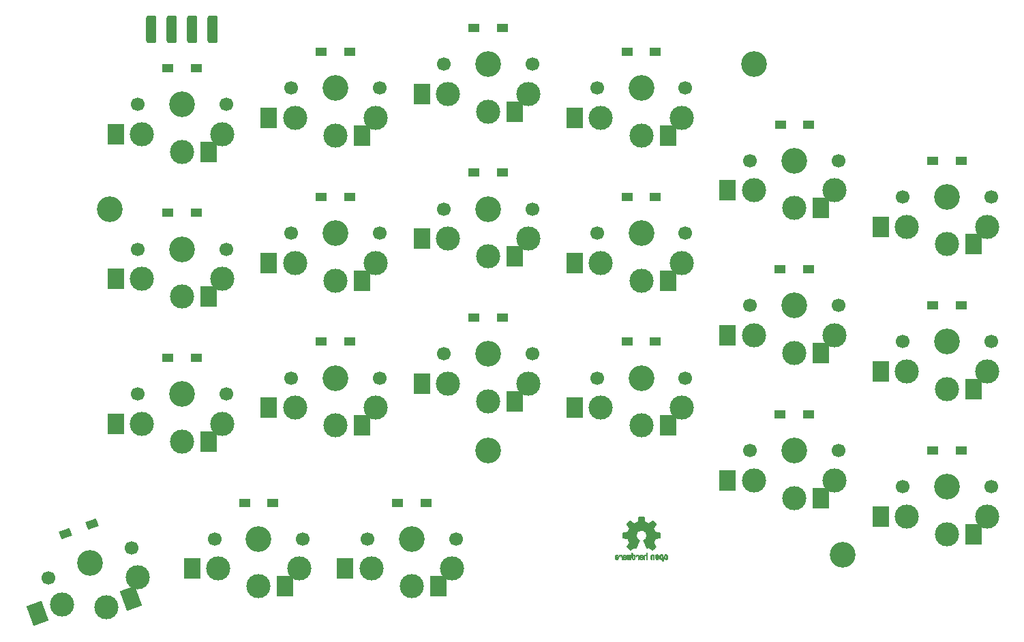
<source format=gbs>
%TF.GenerationSoftware,KiCad,Pcbnew,(7.0.0-0)*%
%TF.CreationDate,2023-03-09T14:48:35+08:00*%
%TF.ProjectId,Input,496e7075-742e-46b6-9963-61645f706362,1*%
%TF.SameCoordinates,PX7bfa480PY6052340*%
%TF.FileFunction,Soldermask,Bot*%
%TF.FilePolarity,Negative*%
%FSLAX46Y46*%
G04 Gerber Fmt 4.6, Leading zero omitted, Abs format (unit mm)*
G04 Created by KiCad (PCBNEW (7.0.0-0)) date 2023-03-09 14:48:35*
%MOMM*%
%LPD*%
G01*
G04 APERTURE LIST*
G04 Aperture macros list*
%AMRoundRect*
0 Rectangle with rounded corners*
0 $1 Rounding radius*
0 $2 $3 $4 $5 $6 $7 $8 $9 X,Y pos of 4 corners*
0 Add a 4 corners polygon primitive as box body*
4,1,4,$2,$3,$4,$5,$6,$7,$8,$9,$2,$3,0*
0 Add four circle primitives for the rounded corners*
1,1,$1+$1,$2,$3*
1,1,$1+$1,$4,$5*
1,1,$1+$1,$6,$7*
1,1,$1+$1,$8,$9*
0 Add four rect primitives between the rounded corners*
20,1,$1+$1,$2,$3,$4,$5,0*
20,1,$1+$1,$4,$5,$6,$7,0*
20,1,$1+$1,$6,$7,$8,$9,0*
20,1,$1+$1,$8,$9,$2,$3,0*%
%AMRotRect*
0 Rectangle, with rotation*
0 The origin of the aperture is its center*
0 $1 length*
0 $2 width*
0 $3 Rotation angle, in degrees counterclockwise*
0 Add horizontal line*
21,1,$1,$2,0,0,$3*%
G04 Aperture macros list end*
%ADD10C,0.010000*%
%ADD11C,3.000000*%
%ADD12C,3.200000*%
%ADD13RoundRect,0.317500X0.317500X1.397000X-0.317500X1.397000X-0.317500X-1.397000X0.317500X-1.397000X0*%
%ADD14C,1.700000*%
%ADD15R,2.000000X2.600000*%
%ADD16R,1.400000X1.000000*%
%ADD17RotRect,2.000000X2.600000X20.000000*%
%ADD18RotRect,1.400000X1.000000X200.000000*%
G04 APERTURE END LIST*
%TO.C,REF\u002A\u002A*%
G36*
X54482829Y-37951097D02*
G01*
X54542753Y-37973355D01*
X54567673Y-37990080D01*
X54592910Y-38014043D01*
X54610912Y-38044526D01*
X54622858Y-38086023D01*
X54629930Y-38143032D01*
X54633308Y-38220047D01*
X54634171Y-38321565D01*
X54634002Y-38374027D01*
X54633153Y-38445715D01*
X54631711Y-38502925D01*
X54629814Y-38540809D01*
X54627597Y-38554514D01*
X54613172Y-38549981D01*
X54584054Y-38537670D01*
X54583181Y-38537272D01*
X54568060Y-38529356D01*
X54557891Y-38518495D01*
X54551691Y-38499471D01*
X54548478Y-38467069D01*
X54547270Y-38416071D01*
X54547086Y-38341261D01*
X54546714Y-38293804D01*
X54542750Y-38204615D01*
X54533673Y-38139287D01*
X54518524Y-38094393D01*
X54496345Y-38066507D01*
X54466175Y-38052203D01*
X54461990Y-38051206D01*
X54405480Y-38050427D01*
X54361410Y-38075744D01*
X54330972Y-38126502D01*
X54325544Y-38141175D01*
X54313171Y-38173649D01*
X54306905Y-38188572D01*
X54294036Y-38186516D01*
X54265933Y-38175357D01*
X54239721Y-38156927D01*
X54227771Y-38122098D01*
X54231336Y-38097151D01*
X54253235Y-38046547D01*
X54288644Y-37999128D01*
X54330052Y-37966334D01*
X54347400Y-37958752D01*
X54413089Y-37946076D01*
X54482829Y-37951097D01*
G37*
D10*
X54482829Y-37951097D02*
X54542753Y-37973355D01*
X54567673Y-37990080D01*
X54592910Y-38014043D01*
X54610912Y-38044526D01*
X54622858Y-38086023D01*
X54629930Y-38143032D01*
X54633308Y-38220047D01*
X54634171Y-38321565D01*
X54634002Y-38374027D01*
X54633153Y-38445715D01*
X54631711Y-38502925D01*
X54629814Y-38540809D01*
X54627597Y-38554514D01*
X54613172Y-38549981D01*
X54584054Y-38537670D01*
X54583181Y-38537272D01*
X54568060Y-38529356D01*
X54557891Y-38518495D01*
X54551691Y-38499471D01*
X54548478Y-38467069D01*
X54547270Y-38416071D01*
X54547086Y-38341261D01*
X54546714Y-38293804D01*
X54542750Y-38204615D01*
X54533673Y-38139287D01*
X54518524Y-38094393D01*
X54496345Y-38066507D01*
X54466175Y-38052203D01*
X54461990Y-38051206D01*
X54405480Y-38050427D01*
X54361410Y-38075744D01*
X54330972Y-38126502D01*
X54325544Y-38141175D01*
X54313171Y-38173649D01*
X54306905Y-38188572D01*
X54294036Y-38186516D01*
X54265933Y-38175357D01*
X54239721Y-38156927D01*
X54227771Y-38122098D01*
X54231336Y-38097151D01*
X54253235Y-38046547D01*
X54288644Y-37999128D01*
X54330052Y-37966334D01*
X54347400Y-37958752D01*
X54413089Y-37946076D01*
X54482829Y-37951097D01*
G36*
X58431020Y-37917822D02*
G01*
X58498810Y-37949680D01*
X58554366Y-38004770D01*
X58565881Y-38022016D01*
X58575432Y-38041562D01*
X58582206Y-38066198D01*
X58586819Y-38100711D01*
X58589888Y-38149889D01*
X58592029Y-38218519D01*
X58593859Y-38311389D01*
X58598404Y-38569007D01*
X58560225Y-38554491D01*
X58525268Y-38541156D01*
X58499097Y-38528323D01*
X58482013Y-38511780D01*
X58472086Y-38486465D01*
X58467386Y-38447316D01*
X58465982Y-38389268D01*
X58465943Y-38307261D01*
X58465744Y-38241895D01*
X58464559Y-38179173D01*
X58461729Y-38136334D01*
X58456609Y-38108220D01*
X58448553Y-38089675D01*
X58436914Y-38075543D01*
X58408303Y-38055600D01*
X58360239Y-38048083D01*
X58312688Y-38067079D01*
X58309550Y-38069511D01*
X58299769Y-38080748D01*
X58292553Y-38098770D01*
X58287299Y-38128026D01*
X58283402Y-38172962D01*
X58280256Y-38238028D01*
X58277257Y-38327670D01*
X58270000Y-38567697D01*
X58208314Y-38540044D01*
X58146629Y-38512391D01*
X58146629Y-38293246D01*
X58146884Y-38233711D01*
X58149086Y-38150892D01*
X58154661Y-38089227D01*
X58164941Y-38043748D01*
X58181258Y-38009484D01*
X58204943Y-37981466D01*
X58237328Y-37954723D01*
X58283907Y-37927780D01*
X58357287Y-37910191D01*
X58431020Y-37917822D01*
G37*
X58431020Y-37917822D02*
X58498810Y-37949680D01*
X58554366Y-38004770D01*
X58565881Y-38022016D01*
X58575432Y-38041562D01*
X58582206Y-38066198D01*
X58586819Y-38100711D01*
X58589888Y-38149889D01*
X58592029Y-38218519D01*
X58593859Y-38311389D01*
X58598404Y-38569007D01*
X58560225Y-38554491D01*
X58525268Y-38541156D01*
X58499097Y-38528323D01*
X58482013Y-38511780D01*
X58472086Y-38486465D01*
X58467386Y-38447316D01*
X58465982Y-38389268D01*
X58465943Y-38307261D01*
X58465744Y-38241895D01*
X58464559Y-38179173D01*
X58461729Y-38136334D01*
X58456609Y-38108220D01*
X58448553Y-38089675D01*
X58436914Y-38075543D01*
X58408303Y-38055600D01*
X58360239Y-38048083D01*
X58312688Y-38067079D01*
X58309550Y-38069511D01*
X58299769Y-38080748D01*
X58292553Y-38098770D01*
X58287299Y-38128026D01*
X58283402Y-38172962D01*
X58280256Y-38238028D01*
X58277257Y-38327670D01*
X58270000Y-38567697D01*
X58208314Y-38540044D01*
X58146629Y-38512391D01*
X58146629Y-38293246D01*
X58146884Y-38233711D01*
X58149086Y-38150892D01*
X58154661Y-38089227D01*
X58164941Y-38043748D01*
X58181258Y-38009484D01*
X58204943Y-37981466D01*
X58237328Y-37954723D01*
X58283907Y-37927780D01*
X58357287Y-37910191D01*
X58431020Y-37917822D01*
G36*
X56607691Y-37966467D02*
G01*
X56612273Y-37969003D01*
X56649704Y-37998057D01*
X56683170Y-38035410D01*
X56689007Y-38043852D01*
X56700165Y-38063553D01*
X56708136Y-38086935D01*
X56713618Y-38119067D01*
X56717307Y-38165019D01*
X56719899Y-38229859D01*
X56722092Y-38318657D01*
X56722402Y-38333669D01*
X56723400Y-38430999D01*
X56721994Y-38499934D01*
X56718164Y-38540948D01*
X56711889Y-38554514D01*
X56692898Y-38550452D01*
X56660638Y-38538144D01*
X56653041Y-38534545D01*
X56641176Y-38526398D01*
X56632994Y-38513004D01*
X56627643Y-38489608D01*
X56624269Y-38451455D01*
X56622019Y-38393790D01*
X56620040Y-38311857D01*
X56619498Y-38287907D01*
X56617403Y-38212266D01*
X56614683Y-38159328D01*
X56610515Y-38124075D01*
X56604079Y-38101487D01*
X56594550Y-38086544D01*
X56581106Y-38074227D01*
X56541305Y-38052634D01*
X56492341Y-38048476D01*
X56448529Y-38064999D01*
X56417008Y-38099210D01*
X56404914Y-38148114D01*
X56404578Y-38161407D01*
X56397972Y-38185472D01*
X56378470Y-38189144D01*
X56340283Y-38174813D01*
X56331438Y-38170217D01*
X56307534Y-38143186D01*
X56307061Y-38102994D01*
X56329836Y-38047409D01*
X56350727Y-38017117D01*
X56404142Y-37974084D01*
X56470074Y-37949755D01*
X56540574Y-37946443D01*
X56607691Y-37966467D01*
G37*
X56607691Y-37966467D02*
X56612273Y-37969003D01*
X56649704Y-37998057D01*
X56683170Y-38035410D01*
X56689007Y-38043852D01*
X56700165Y-38063553D01*
X56708136Y-38086935D01*
X56713618Y-38119067D01*
X56717307Y-38165019D01*
X56719899Y-38229859D01*
X56722092Y-38318657D01*
X56722402Y-38333669D01*
X56723400Y-38430999D01*
X56721994Y-38499934D01*
X56718164Y-38540948D01*
X56711889Y-38554514D01*
X56692898Y-38550452D01*
X56660638Y-38538144D01*
X56653041Y-38534545D01*
X56641176Y-38526398D01*
X56632994Y-38513004D01*
X56627643Y-38489608D01*
X56624269Y-38451455D01*
X56622019Y-38393790D01*
X56620040Y-38311857D01*
X56619498Y-38287907D01*
X56617403Y-38212266D01*
X56614683Y-38159328D01*
X56610515Y-38124075D01*
X56604079Y-38101487D01*
X56594550Y-38086544D01*
X56581106Y-38074227D01*
X56541305Y-38052634D01*
X56492341Y-38048476D01*
X56448529Y-38064999D01*
X56417008Y-38099210D01*
X56404914Y-38148114D01*
X56404578Y-38161407D01*
X56397972Y-38185472D01*
X56378470Y-38189144D01*
X56340283Y-38174813D01*
X56331438Y-38170217D01*
X56307534Y-38143186D01*
X56307061Y-38102994D01*
X56329836Y-38047409D01*
X56350727Y-38017117D01*
X56404142Y-37974084D01*
X56470074Y-37949755D01*
X56540574Y-37946443D01*
X56607691Y-37966467D01*
G36*
X57678543Y-37749444D02*
G01*
X57725714Y-37769342D01*
X57725714Y-38166509D01*
X57725519Y-38269498D01*
X57724998Y-38362141D01*
X57724199Y-38440700D01*
X57723172Y-38501439D01*
X57721963Y-38540623D01*
X57720623Y-38554514D01*
X57720099Y-38554468D01*
X57702287Y-38549420D01*
X57669823Y-38538580D01*
X57624114Y-38522646D01*
X57624114Y-38318173D01*
X57623824Y-38237832D01*
X57622474Y-38179562D01*
X57619369Y-38139909D01*
X57613812Y-38113618D01*
X57605107Y-38095436D01*
X57592556Y-38080107D01*
X57583999Y-38071955D01*
X57537728Y-38049375D01*
X57486728Y-38051375D01*
X57439993Y-38078073D01*
X57433189Y-38084698D01*
X57422293Y-38098456D01*
X57414836Y-38116642D01*
X57410169Y-38144177D01*
X57407642Y-38185981D01*
X57406602Y-38246973D01*
X57406400Y-38332073D01*
X57406303Y-38375234D01*
X57405674Y-38446224D01*
X57404556Y-38503076D01*
X57403063Y-38540828D01*
X57401309Y-38554514D01*
X57400785Y-38554468D01*
X57382973Y-38549420D01*
X57350509Y-38538580D01*
X57304800Y-38522646D01*
X57304823Y-38317237D01*
X57304857Y-38298951D01*
X57306778Y-38203626D01*
X57312678Y-38131543D01*
X57324001Y-38077813D01*
X57342187Y-38037549D01*
X57368679Y-38005861D01*
X57404918Y-37977861D01*
X57440263Y-37960333D01*
X57496773Y-37946785D01*
X57552356Y-37946015D01*
X57595086Y-37959195D01*
X57598298Y-37961015D01*
X57608205Y-37960820D01*
X57614975Y-37945572D01*
X57619861Y-37910613D01*
X57624114Y-37851289D01*
X57631371Y-37729547D01*
X57678543Y-37749444D01*
G37*
X57678543Y-37749444D02*
X57725714Y-37769342D01*
X57725714Y-38166509D01*
X57725519Y-38269498D01*
X57724998Y-38362141D01*
X57724199Y-38440700D01*
X57723172Y-38501439D01*
X57721963Y-38540623D01*
X57720623Y-38554514D01*
X57720099Y-38554468D01*
X57702287Y-38549420D01*
X57669823Y-38538580D01*
X57624114Y-38522646D01*
X57624114Y-38318173D01*
X57623824Y-38237832D01*
X57622474Y-38179562D01*
X57619369Y-38139909D01*
X57613812Y-38113618D01*
X57605107Y-38095436D01*
X57592556Y-38080107D01*
X57583999Y-38071955D01*
X57537728Y-38049375D01*
X57486728Y-38051375D01*
X57439993Y-38078073D01*
X57433189Y-38084698D01*
X57422293Y-38098456D01*
X57414836Y-38116642D01*
X57410169Y-38144177D01*
X57407642Y-38185981D01*
X57406602Y-38246973D01*
X57406400Y-38332073D01*
X57406303Y-38375234D01*
X57405674Y-38446224D01*
X57404556Y-38503076D01*
X57403063Y-38540828D01*
X57401309Y-38554514D01*
X57400785Y-38554468D01*
X57382973Y-38549420D01*
X57350509Y-38538580D01*
X57304800Y-38522646D01*
X57304823Y-38317237D01*
X57304857Y-38298951D01*
X57306778Y-38203626D01*
X57312678Y-38131543D01*
X57324001Y-38077813D01*
X57342187Y-38037549D01*
X57368679Y-38005861D01*
X57404918Y-37977861D01*
X57440263Y-37960333D01*
X57496773Y-37946785D01*
X57552356Y-37946015D01*
X57595086Y-37959195D01*
X57598298Y-37961015D01*
X57608205Y-37960820D01*
X57614975Y-37945572D01*
X57619861Y-37910613D01*
X57624114Y-37851289D01*
X57631371Y-37729547D01*
X57678543Y-37749444D01*
G36*
X55653941Y-37949282D02*
G01*
X55685774Y-37961758D01*
X55722743Y-37978602D01*
X55722743Y-38465196D01*
X55676812Y-38511127D01*
X55666320Y-38521427D01*
X55637255Y-38544320D01*
X55607943Y-38551735D01*
X55564326Y-38548321D01*
X55546568Y-38546114D01*
X55500767Y-38541445D01*
X55468743Y-38539585D01*
X55459244Y-38539869D01*
X55420274Y-38542948D01*
X55373160Y-38548321D01*
X55358085Y-38550168D01*
X55320110Y-38550893D01*
X55292325Y-38539429D01*
X55260674Y-38511127D01*
X55214743Y-38465196D01*
X55214743Y-38205055D01*
X55215101Y-38128180D01*
X55216216Y-38054886D01*
X55217952Y-37996850D01*
X55220167Y-37958663D01*
X55222721Y-37944914D01*
X55223256Y-37944951D01*
X55241808Y-37951793D01*
X55273153Y-37966868D01*
X55315608Y-37988822D01*
X55319604Y-38217240D01*
X55323600Y-38445657D01*
X55410686Y-38445657D01*
X55414657Y-38195286D01*
X55415916Y-38127227D01*
X55417718Y-38054482D01*
X55419671Y-37996730D01*
X55421612Y-37958648D01*
X55423377Y-37944914D01*
X55423885Y-37944962D01*
X55441482Y-37950015D01*
X55473834Y-37960849D01*
X55519543Y-37976783D01*
X55519765Y-38196706D01*
X55519988Y-38234909D01*
X55521531Y-38309146D01*
X55524292Y-38371145D01*
X55527977Y-38415308D01*
X55532292Y-38436041D01*
X55547732Y-38447131D01*
X55579241Y-38450556D01*
X55613886Y-38445657D01*
X55617857Y-38195286D01*
X55619278Y-38131663D01*
X55622225Y-38056356D01*
X55626079Y-37997286D01*
X55630542Y-37958718D01*
X55635317Y-37944914D01*
X55653941Y-37949282D01*
G37*
X55653941Y-37949282D02*
X55685774Y-37961758D01*
X55722743Y-37978602D01*
X55722743Y-38465196D01*
X55676812Y-38511127D01*
X55666320Y-38521427D01*
X55637255Y-38544320D01*
X55607943Y-38551735D01*
X55564326Y-38548321D01*
X55546568Y-38546114D01*
X55500767Y-38541445D01*
X55468743Y-38539585D01*
X55459244Y-38539869D01*
X55420274Y-38542948D01*
X55373160Y-38548321D01*
X55358085Y-38550168D01*
X55320110Y-38550893D01*
X55292325Y-38539429D01*
X55260674Y-38511127D01*
X55214743Y-38465196D01*
X55214743Y-38205055D01*
X55215101Y-38128180D01*
X55216216Y-38054886D01*
X55217952Y-37996850D01*
X55220167Y-37958663D01*
X55222721Y-37944914D01*
X55223256Y-37944951D01*
X55241808Y-37951793D01*
X55273153Y-37966868D01*
X55315608Y-37988822D01*
X55319604Y-38217240D01*
X55323600Y-38445657D01*
X55410686Y-38445657D01*
X55414657Y-38195286D01*
X55415916Y-38127227D01*
X55417718Y-38054482D01*
X55419671Y-37996730D01*
X55421612Y-37958648D01*
X55423377Y-37944914D01*
X55423885Y-37944962D01*
X55441482Y-37950015D01*
X55473834Y-37960849D01*
X55519543Y-37976783D01*
X55519765Y-38196706D01*
X55519988Y-38234909D01*
X55521531Y-38309146D01*
X55524292Y-38371145D01*
X55527977Y-38415308D01*
X55532292Y-38436041D01*
X55547732Y-38447131D01*
X55579241Y-38450556D01*
X55613886Y-38445657D01*
X55617857Y-38195286D01*
X55619278Y-38131663D01*
X55622225Y-38056356D01*
X55626079Y-37997286D01*
X55630542Y-37958718D01*
X55635317Y-37944914D01*
X55653941Y-37949282D01*
G36*
X60265678Y-38230192D02*
G01*
X60265714Y-38235200D01*
X60265701Y-38250935D01*
X60264914Y-38321119D01*
X60262210Y-38370022D01*
X60256606Y-38404178D01*
X60247119Y-38430124D01*
X60232768Y-38454397D01*
X60229237Y-38459433D01*
X60191878Y-38499143D01*
X60149311Y-38529092D01*
X60127452Y-38538810D01*
X60048908Y-38555020D01*
X59971231Y-38544535D01*
X59899645Y-38508707D01*
X59839374Y-38448887D01*
X59834286Y-38440873D01*
X59817730Y-38394342D01*
X59806573Y-38329552D01*
X59801160Y-38254727D01*
X59801768Y-38185513D01*
X59948248Y-38185513D01*
X59949402Y-38281399D01*
X59949866Y-38287569D01*
X59956629Y-38340478D01*
X59968671Y-38374029D01*
X59989005Y-38397016D01*
X60023097Y-38418548D01*
X60056814Y-38419680D01*
X60091543Y-38394857D01*
X60097584Y-38388325D01*
X60109417Y-38368779D01*
X60116404Y-38340386D01*
X60119727Y-38296430D01*
X60120571Y-38230192D01*
X60119125Y-38168150D01*
X60111907Y-38109042D01*
X60097006Y-38071686D01*
X60072636Y-38052152D01*
X60037008Y-38046514D01*
X60023440Y-38047635D01*
X59985430Y-38068194D01*
X59960312Y-38114299D01*
X59948248Y-38185513D01*
X59801768Y-38185513D01*
X59801833Y-38178096D01*
X59808937Y-38107882D01*
X59822815Y-38052312D01*
X59840649Y-38015301D01*
X59890855Y-37957733D01*
X59958885Y-37921962D01*
X60042158Y-37909665D01*
X60064398Y-37910331D01*
X60129891Y-37923947D01*
X60183687Y-37958249D01*
X60233057Y-38017338D01*
X60235995Y-38021722D01*
X60249287Y-38045299D01*
X60257932Y-38071949D01*
X60262904Y-38108159D01*
X60265174Y-38160413D01*
X60265678Y-38230192D01*
G37*
X60265678Y-38230192D02*
X60265714Y-38235200D01*
X60265701Y-38250935D01*
X60264914Y-38321119D01*
X60262210Y-38370022D01*
X60256606Y-38404178D01*
X60247119Y-38430124D01*
X60232768Y-38454397D01*
X60229237Y-38459433D01*
X60191878Y-38499143D01*
X60149311Y-38529092D01*
X60127452Y-38538810D01*
X60048908Y-38555020D01*
X59971231Y-38544535D01*
X59899645Y-38508707D01*
X59839374Y-38448887D01*
X59834286Y-38440873D01*
X59817730Y-38394342D01*
X59806573Y-38329552D01*
X59801160Y-38254727D01*
X59801768Y-38185513D01*
X59948248Y-38185513D01*
X59949402Y-38281399D01*
X59949866Y-38287569D01*
X59956629Y-38340478D01*
X59968671Y-38374029D01*
X59989005Y-38397016D01*
X60023097Y-38418548D01*
X60056814Y-38419680D01*
X60091543Y-38394857D01*
X60097584Y-38388325D01*
X60109417Y-38368779D01*
X60116404Y-38340386D01*
X60119727Y-38296430D01*
X60120571Y-38230192D01*
X60119125Y-38168150D01*
X60111907Y-38109042D01*
X60097006Y-38071686D01*
X60072636Y-38052152D01*
X60037008Y-38046514D01*
X60023440Y-38047635D01*
X59985430Y-38068194D01*
X59960312Y-38114299D01*
X59948248Y-38185513D01*
X59801768Y-38185513D01*
X59801833Y-38178096D01*
X59808937Y-38107882D01*
X59822815Y-38052312D01*
X59840649Y-38015301D01*
X59890855Y-37957733D01*
X59958885Y-37921962D01*
X60042158Y-37909665D01*
X60064398Y-37910331D01*
X60129891Y-37923947D01*
X60183687Y-37958249D01*
X60233057Y-38017338D01*
X60235995Y-38021722D01*
X60249287Y-38045299D01*
X60257932Y-38071949D01*
X60262904Y-38108159D01*
X60265174Y-38160413D01*
X60265678Y-38230192D01*
G36*
X54139628Y-38206247D02*
G01*
X54140590Y-38252622D01*
X54140307Y-38291305D01*
X54136762Y-38367521D01*
X54127483Y-38423294D01*
X54110375Y-38464613D01*
X54083344Y-38497467D01*
X54044292Y-38527846D01*
X54019445Y-38541660D01*
X53979615Y-38550965D01*
X53923665Y-38550230D01*
X53892385Y-38547283D01*
X53854653Y-38538283D01*
X53824494Y-38518720D01*
X53789408Y-38482267D01*
X53784720Y-38476943D01*
X53753177Y-38435969D01*
X53738128Y-38400283D01*
X53734286Y-38357966D01*
X53734286Y-38295779D01*
X53777742Y-38312182D01*
X53809424Y-38331356D01*
X53836962Y-38376347D01*
X53842711Y-38390752D01*
X53874855Y-38431546D01*
X53918611Y-38452081D01*
X53966254Y-38450235D01*
X54010057Y-38423886D01*
X54025111Y-38407455D01*
X54038763Y-38382667D01*
X54034493Y-38360144D01*
X54009916Y-38336964D01*
X53962651Y-38310202D01*
X53890314Y-38276934D01*
X53741543Y-38211816D01*
X53737595Y-38147308D01*
X53739079Y-38106220D01*
X53836010Y-38106220D01*
X53843368Y-38131657D01*
X53876848Y-38158814D01*
X53937614Y-38189714D01*
X53947669Y-38194190D01*
X53995751Y-38215017D01*
X54031726Y-38229665D01*
X54048444Y-38235200D01*
X54050977Y-38231126D01*
X54051993Y-38206247D01*
X54048369Y-38166257D01*
X54039242Y-38127152D01*
X54010773Y-38077884D01*
X53969678Y-38050122D01*
X53920590Y-38046364D01*
X53868144Y-38069109D01*
X53853609Y-38080481D01*
X53836010Y-38106220D01*
X53739079Y-38106220D01*
X53739338Y-38099064D01*
X53761281Y-38038096D01*
X53788979Y-38004497D01*
X53846405Y-37966966D01*
X53914527Y-37948006D01*
X53984947Y-37949507D01*
X54049267Y-37973355D01*
X54063426Y-37982513D01*
X54095904Y-38010849D01*
X54118116Y-38046695D01*
X54131804Y-38095384D01*
X54138715Y-38162249D01*
X54139628Y-38206247D01*
G37*
X54139628Y-38206247D02*
X54140590Y-38252622D01*
X54140307Y-38291305D01*
X54136762Y-38367521D01*
X54127483Y-38423294D01*
X54110375Y-38464613D01*
X54083344Y-38497467D01*
X54044292Y-38527846D01*
X54019445Y-38541660D01*
X53979615Y-38550965D01*
X53923665Y-38550230D01*
X53892385Y-38547283D01*
X53854653Y-38538283D01*
X53824494Y-38518720D01*
X53789408Y-38482267D01*
X53784720Y-38476943D01*
X53753177Y-38435969D01*
X53738128Y-38400283D01*
X53734286Y-38357966D01*
X53734286Y-38295779D01*
X53777742Y-38312182D01*
X53809424Y-38331356D01*
X53836962Y-38376347D01*
X53842711Y-38390752D01*
X53874855Y-38431546D01*
X53918611Y-38452081D01*
X53966254Y-38450235D01*
X54010057Y-38423886D01*
X54025111Y-38407455D01*
X54038763Y-38382667D01*
X54034493Y-38360144D01*
X54009916Y-38336964D01*
X53962651Y-38310202D01*
X53890314Y-38276934D01*
X53741543Y-38211816D01*
X53737595Y-38147308D01*
X53739079Y-38106220D01*
X53836010Y-38106220D01*
X53843368Y-38131657D01*
X53876848Y-38158814D01*
X53937614Y-38189714D01*
X53947669Y-38194190D01*
X53995751Y-38215017D01*
X54031726Y-38229665D01*
X54048444Y-38235200D01*
X54050977Y-38231126D01*
X54051993Y-38206247D01*
X54048369Y-38166257D01*
X54039242Y-38127152D01*
X54010773Y-38077884D01*
X53969678Y-38050122D01*
X53920590Y-38046364D01*
X53868144Y-38069109D01*
X53853609Y-38080481D01*
X53836010Y-38106220D01*
X53739079Y-38106220D01*
X53739338Y-38099064D01*
X53761281Y-38038096D01*
X53788979Y-38004497D01*
X53846405Y-37966966D01*
X53914527Y-37948006D01*
X53984947Y-37949507D01*
X54049267Y-37973355D01*
X54063426Y-37982513D01*
X54095904Y-38010849D01*
X54118116Y-38046695D01*
X54131804Y-38095384D01*
X54138715Y-38162249D01*
X54139628Y-38206247D01*
G36*
X56230542Y-38245647D02*
G01*
X56230698Y-38249714D01*
X56229537Y-38306313D01*
X56221345Y-38383462D01*
X56203519Y-38441276D01*
X56173975Y-38485422D01*
X56130625Y-38521568D01*
X56089332Y-38542463D01*
X56019987Y-38554090D01*
X55950736Y-38541377D01*
X55888145Y-38505945D01*
X55838779Y-38449418D01*
X55832818Y-38438995D01*
X55824945Y-38420733D01*
X55819106Y-38397429D01*
X55814999Y-38365085D01*
X55812325Y-38319704D01*
X55810781Y-38257287D01*
X55810734Y-38251748D01*
X55911429Y-38251748D01*
X55911772Y-38304577D01*
X55913942Y-38352362D01*
X55919307Y-38383209D01*
X55929217Y-38403935D01*
X55945021Y-38421356D01*
X55948724Y-38424705D01*
X55996299Y-38449419D01*
X56046635Y-38446890D01*
X56093517Y-38417288D01*
X56107477Y-38401953D01*
X56119160Y-38381622D01*
X56125686Y-38353514D01*
X56128524Y-38310550D01*
X56129143Y-38245647D01*
X56128837Y-38196122D01*
X56126722Y-38147782D01*
X56121390Y-38116587D01*
X56111460Y-38095647D01*
X56095550Y-38078073D01*
X56086204Y-38070159D01*
X56037776Y-38048843D01*
X55987040Y-38052198D01*
X55942987Y-38080107D01*
X55933504Y-38091173D01*
X55921939Y-38112009D01*
X55915252Y-38141106D01*
X55912173Y-38185381D01*
X55911429Y-38251748D01*
X55810734Y-38251748D01*
X55810067Y-38173837D01*
X55809883Y-38065358D01*
X55809829Y-37728601D01*
X55857000Y-37748362D01*
X55869472Y-37753770D01*
X55889324Y-37765985D01*
X55900687Y-37784482D01*
X55906933Y-37816829D01*
X55911429Y-37870593D01*
X55915535Y-37918866D01*
X55920963Y-37950557D01*
X55928739Y-37962383D01*
X55940457Y-37959212D01*
X55970318Y-37948067D01*
X56023684Y-37945304D01*
X56081093Y-37955625D01*
X56130625Y-37977861D01*
X56157876Y-37998443D01*
X56192865Y-38038600D01*
X56215274Y-38090086D01*
X56227190Y-38158568D01*
X56230542Y-38245647D01*
G37*
X56230542Y-38245647D02*
X56230698Y-38249714D01*
X56229537Y-38306313D01*
X56221345Y-38383462D01*
X56203519Y-38441276D01*
X56173975Y-38485422D01*
X56130625Y-38521568D01*
X56089332Y-38542463D01*
X56019987Y-38554090D01*
X55950736Y-38541377D01*
X55888145Y-38505945D01*
X55838779Y-38449418D01*
X55832818Y-38438995D01*
X55824945Y-38420733D01*
X55819106Y-38397429D01*
X55814999Y-38365085D01*
X55812325Y-38319704D01*
X55810781Y-38257287D01*
X55810734Y-38251748D01*
X55911429Y-38251748D01*
X55911772Y-38304577D01*
X55913942Y-38352362D01*
X55919307Y-38383209D01*
X55929217Y-38403935D01*
X55945021Y-38421356D01*
X55948724Y-38424705D01*
X55996299Y-38449419D01*
X56046635Y-38446890D01*
X56093517Y-38417288D01*
X56107477Y-38401953D01*
X56119160Y-38381622D01*
X56125686Y-38353514D01*
X56128524Y-38310550D01*
X56129143Y-38245647D01*
X56128837Y-38196122D01*
X56126722Y-38147782D01*
X56121390Y-38116587D01*
X56111460Y-38095647D01*
X56095550Y-38078073D01*
X56086204Y-38070159D01*
X56037776Y-38048843D01*
X55987040Y-38052198D01*
X55942987Y-38080107D01*
X55933504Y-38091173D01*
X55921939Y-38112009D01*
X55915252Y-38141106D01*
X55912173Y-38185381D01*
X55911429Y-38251748D01*
X55810734Y-38251748D01*
X55810067Y-38173837D01*
X55809883Y-38065358D01*
X55809829Y-37728601D01*
X55857000Y-37748362D01*
X55869472Y-37753770D01*
X55889324Y-37765985D01*
X55900687Y-37784482D01*
X55906933Y-37816829D01*
X55911429Y-37870593D01*
X55915535Y-37918866D01*
X55920963Y-37950557D01*
X55928739Y-37962383D01*
X55940457Y-37959212D01*
X55970318Y-37948067D01*
X56023684Y-37945304D01*
X56081093Y-37955625D01*
X56130625Y-37977861D01*
X56157876Y-37998443D01*
X56192865Y-38038600D01*
X56215274Y-38090086D01*
X56227190Y-38158568D01*
X56230542Y-38245647D01*
G36*
X59156767Y-38142748D02*
G01*
X59162299Y-38194055D01*
X59157684Y-38304078D01*
X59155078Y-38327387D01*
X59135660Y-38410352D01*
X59100573Y-38473448D01*
X59047212Y-38521808D01*
X59044196Y-38523804D01*
X58976362Y-38552185D01*
X58905535Y-38554711D01*
X58837289Y-38533097D01*
X58777196Y-38489062D01*
X58730829Y-38424322D01*
X58730050Y-38422761D01*
X58714643Y-38382558D01*
X58703357Y-38336866D01*
X58697370Y-38293972D01*
X58697861Y-38262160D01*
X58706007Y-38249714D01*
X58713244Y-38250471D01*
X58747851Y-38264235D01*
X58787078Y-38289546D01*
X58820448Y-38318845D01*
X58837483Y-38344572D01*
X58855192Y-38379471D01*
X58891485Y-38411212D01*
X58933630Y-38423886D01*
X58949077Y-38420221D01*
X58979569Y-38401774D01*
X59006128Y-38376166D01*
X59017486Y-38352934D01*
X59017482Y-38352848D01*
X59004596Y-38342179D01*
X58970241Y-38322933D01*
X58919593Y-38297813D01*
X58857829Y-38269524D01*
X58857489Y-38269374D01*
X58790388Y-38239498D01*
X58745411Y-38217973D01*
X58718145Y-38201437D01*
X58704178Y-38186531D01*
X58699097Y-38169893D01*
X58698490Y-38148162D01*
X58702712Y-38107013D01*
X58846000Y-38107013D01*
X58860791Y-38119949D01*
X58897644Y-38139333D01*
X58898725Y-38139881D01*
X58942205Y-38160587D01*
X58981102Y-38177105D01*
X59005778Y-38184093D01*
X59015676Y-38174753D01*
X59017486Y-38142748D01*
X59009966Y-38102915D01*
X58983897Y-38066717D01*
X58946154Y-38047950D01*
X58904077Y-38049845D01*
X58865005Y-38075632D01*
X58849647Y-38093451D01*
X58846000Y-38107013D01*
X58702712Y-38107013D01*
X58703833Y-38096086D01*
X58730251Y-38025335D01*
X58774473Y-37969735D01*
X58831697Y-37931239D01*
X58897120Y-37911797D01*
X58965937Y-37913359D01*
X59033347Y-37937878D01*
X59094544Y-37987302D01*
X59128450Y-38036212D01*
X59152806Y-38106027D01*
X59156767Y-38142748D01*
G37*
X59156767Y-38142748D02*
X59162299Y-38194055D01*
X59157684Y-38304078D01*
X59155078Y-38327387D01*
X59135660Y-38410352D01*
X59100573Y-38473448D01*
X59047212Y-38521808D01*
X59044196Y-38523804D01*
X58976362Y-38552185D01*
X58905535Y-38554711D01*
X58837289Y-38533097D01*
X58777196Y-38489062D01*
X58730829Y-38424322D01*
X58730050Y-38422761D01*
X58714643Y-38382558D01*
X58703357Y-38336866D01*
X58697370Y-38293972D01*
X58697861Y-38262160D01*
X58706007Y-38249714D01*
X58713244Y-38250471D01*
X58747851Y-38264235D01*
X58787078Y-38289546D01*
X58820448Y-38318845D01*
X58837483Y-38344572D01*
X58855192Y-38379471D01*
X58891485Y-38411212D01*
X58933630Y-38423886D01*
X58949077Y-38420221D01*
X58979569Y-38401774D01*
X59006128Y-38376166D01*
X59017486Y-38352934D01*
X59017482Y-38352848D01*
X59004596Y-38342179D01*
X58970241Y-38322933D01*
X58919593Y-38297813D01*
X58857829Y-38269524D01*
X58857489Y-38269374D01*
X58790388Y-38239498D01*
X58745411Y-38217973D01*
X58718145Y-38201437D01*
X58704178Y-38186531D01*
X58699097Y-38169893D01*
X58698490Y-38148162D01*
X58702712Y-38107013D01*
X58846000Y-38107013D01*
X58860791Y-38119949D01*
X58897644Y-38139333D01*
X58898725Y-38139881D01*
X58942205Y-38160587D01*
X58981102Y-38177105D01*
X59005778Y-38184093D01*
X59015676Y-38174753D01*
X59017486Y-38142748D01*
X59009966Y-38102915D01*
X58983897Y-38066717D01*
X58946154Y-38047950D01*
X58904077Y-38049845D01*
X58865005Y-38075632D01*
X58849647Y-38093451D01*
X58846000Y-38107013D01*
X58702712Y-38107013D01*
X58703833Y-38096086D01*
X58730251Y-38025335D01*
X58774473Y-37969735D01*
X58831697Y-37931239D01*
X58897120Y-37911797D01*
X58965937Y-37913359D01*
X59033347Y-37937878D01*
X59094544Y-37987302D01*
X59128450Y-38036212D01*
X59152806Y-38106027D01*
X59156767Y-38142748D01*
G36*
X57089483Y-37960569D02*
G01*
X57139376Y-37989661D01*
X57161325Y-38012327D01*
X57203504Y-38080082D01*
X57217714Y-38153950D01*
X57217714Y-38204770D01*
X57170999Y-38185128D01*
X57138692Y-38165308D01*
X57113231Y-38124160D01*
X57110616Y-38115675D01*
X57082478Y-38072451D01*
X57040067Y-38049103D01*
X56991370Y-38048100D01*
X56944373Y-38071914D01*
X56937357Y-38078056D01*
X56913893Y-38104745D01*
X56910019Y-38128014D01*
X56927768Y-38150862D01*
X56969179Y-38176287D01*
X57036286Y-38207288D01*
X57040824Y-38209252D01*
X57115322Y-38243990D01*
X57166203Y-38274763D01*
X57197525Y-38305488D01*
X57213343Y-38340082D01*
X57217714Y-38382462D01*
X57211986Y-38429446D01*
X57183062Y-38489585D01*
X57132178Y-38532788D01*
X57095374Y-38545759D01*
X57043434Y-38552856D01*
X56992999Y-38551340D01*
X56956983Y-38540632D01*
X56953158Y-38537966D01*
X56942998Y-38519337D01*
X56950048Y-38486505D01*
X56962297Y-38460735D01*
X56981939Y-38450006D01*
X57019191Y-38450539D01*
X57070908Y-38447462D01*
X57104701Y-38426212D01*
X57116114Y-38386877D01*
X57116104Y-38385747D01*
X57109187Y-38362913D01*
X57085659Y-38341963D01*
X57039914Y-38317815D01*
X56977704Y-38288741D01*
X56936499Y-38272925D01*
X56912712Y-38273944D01*
X56901597Y-38294837D01*
X56898408Y-38338641D01*
X56898400Y-38408393D01*
X56898044Y-38451452D01*
X56896413Y-38504626D01*
X56893761Y-38541022D01*
X56890422Y-38554514D01*
X56889530Y-38554423D01*
X56870237Y-38547110D01*
X56838284Y-38531678D01*
X56794124Y-38508842D01*
X56799371Y-38303078D01*
X56799736Y-38289432D01*
X56803904Y-38193651D01*
X56811268Y-38121462D01*
X56823330Y-38068058D01*
X56841593Y-38028633D01*
X56867560Y-37998380D01*
X56902733Y-37972493D01*
X56903384Y-37972087D01*
X56960256Y-37950968D01*
X57026033Y-37947400D01*
X57089483Y-37960569D01*
G37*
X57089483Y-37960569D02*
X57139376Y-37989661D01*
X57161325Y-38012327D01*
X57203504Y-38080082D01*
X57217714Y-38153950D01*
X57217714Y-38204770D01*
X57170999Y-38185128D01*
X57138692Y-38165308D01*
X57113231Y-38124160D01*
X57110616Y-38115675D01*
X57082478Y-38072451D01*
X57040067Y-38049103D01*
X56991370Y-38048100D01*
X56944373Y-38071914D01*
X56937357Y-38078056D01*
X56913893Y-38104745D01*
X56910019Y-38128014D01*
X56927768Y-38150862D01*
X56969179Y-38176287D01*
X57036286Y-38207288D01*
X57040824Y-38209252D01*
X57115322Y-38243990D01*
X57166203Y-38274763D01*
X57197525Y-38305488D01*
X57213343Y-38340082D01*
X57217714Y-38382462D01*
X57211986Y-38429446D01*
X57183062Y-38489585D01*
X57132178Y-38532788D01*
X57095374Y-38545759D01*
X57043434Y-38552856D01*
X56992999Y-38551340D01*
X56956983Y-38540632D01*
X56953158Y-38537966D01*
X56942998Y-38519337D01*
X56950048Y-38486505D01*
X56962297Y-38460735D01*
X56981939Y-38450006D01*
X57019191Y-38450539D01*
X57070908Y-38447462D01*
X57104701Y-38426212D01*
X57116114Y-38386877D01*
X57116104Y-38385747D01*
X57109187Y-38362913D01*
X57085659Y-38341963D01*
X57039914Y-38317815D01*
X56977704Y-38288741D01*
X56936499Y-38272925D01*
X56912712Y-38273944D01*
X56901597Y-38294837D01*
X56898408Y-38338641D01*
X56898400Y-38408393D01*
X56898044Y-38451452D01*
X56896413Y-38504626D01*
X56893761Y-38541022D01*
X56890422Y-38554514D01*
X56889530Y-38554423D01*
X56870237Y-38547110D01*
X56838284Y-38531678D01*
X56794124Y-38508842D01*
X56799371Y-38303078D01*
X56799736Y-38289432D01*
X56803904Y-38193651D01*
X56811268Y-38121462D01*
X56823330Y-38068058D01*
X56841593Y-38028633D01*
X56867560Y-37998380D01*
X56902733Y-37972493D01*
X56903384Y-37972087D01*
X56960256Y-37950968D01*
X57026033Y-37947400D01*
X57089483Y-37960569D01*
G36*
X59708528Y-38228603D02*
G01*
X59709815Y-38301524D01*
X59711252Y-38413000D01*
X59711651Y-38445339D01*
X59712929Y-38553455D01*
X59713185Y-38636186D01*
X59711634Y-38696426D01*
X59707490Y-38737073D01*
X59699964Y-38761023D01*
X59688271Y-38771171D01*
X59671624Y-38770414D01*
X59649236Y-38761648D01*
X59620321Y-38747769D01*
X59614142Y-38744808D01*
X59588413Y-38730311D01*
X59574976Y-38713065D01*
X59569834Y-38684308D01*
X59568990Y-38635283D01*
X59568952Y-38547257D01*
X59478276Y-38547257D01*
X59422498Y-38544815D01*
X59378640Y-38534908D01*
X59342218Y-38514886D01*
X59339503Y-38512929D01*
X59302546Y-38479869D01*
X59276826Y-38439931D01*
X59260606Y-38387657D01*
X59252148Y-38317588D01*
X59250083Y-38238430D01*
X59394857Y-38238430D01*
X59394882Y-38251697D01*
X59396261Y-38311584D01*
X59400687Y-38350732D01*
X59409461Y-38376153D01*
X59423886Y-38394857D01*
X59424784Y-38395750D01*
X59460237Y-38419952D01*
X59494596Y-38417567D01*
X59533403Y-38388260D01*
X59542895Y-38378244D01*
X59556876Y-38357708D01*
X59564760Y-38330997D01*
X59568245Y-38290499D01*
X59569029Y-38228603D01*
X59568350Y-38191130D01*
X59560983Y-38122980D01*
X59544168Y-38078330D01*
X59516234Y-38053926D01*
X59475509Y-38046514D01*
X59458350Y-38048094D01*
X59428660Y-38063766D01*
X59409031Y-38098691D01*
X59398188Y-38155901D01*
X59394857Y-38238430D01*
X59250083Y-38238430D01*
X59249714Y-38224267D01*
X59250253Y-38156169D01*
X59252707Y-38104587D01*
X59258158Y-38068816D01*
X59267686Y-38042015D01*
X59282371Y-38017338D01*
X59295852Y-37998480D01*
X59344799Y-37947568D01*
X59400256Y-37919918D01*
X59469928Y-37911165D01*
X59549664Y-37919890D01*
X59618595Y-37951185D01*
X59673113Y-38006381D01*
X59677223Y-38012224D01*
X59686808Y-38027753D01*
X59694151Y-38045498D01*
X59699612Y-38069290D01*
X59703550Y-38102958D01*
X59706323Y-38150333D01*
X59708292Y-38215245D01*
X59708528Y-38228603D01*
G37*
X59708528Y-38228603D02*
X59709815Y-38301524D01*
X59711252Y-38413000D01*
X59711651Y-38445339D01*
X59712929Y-38553455D01*
X59713185Y-38636186D01*
X59711634Y-38696426D01*
X59707490Y-38737073D01*
X59699964Y-38761023D01*
X59688271Y-38771171D01*
X59671624Y-38770414D01*
X59649236Y-38761648D01*
X59620321Y-38747769D01*
X59614142Y-38744808D01*
X59588413Y-38730311D01*
X59574976Y-38713065D01*
X59569834Y-38684308D01*
X59568990Y-38635283D01*
X59568952Y-38547257D01*
X59478276Y-38547257D01*
X59422498Y-38544815D01*
X59378640Y-38534908D01*
X59342218Y-38514886D01*
X59339503Y-38512929D01*
X59302546Y-38479869D01*
X59276826Y-38439931D01*
X59260606Y-38387657D01*
X59252148Y-38317588D01*
X59250083Y-38238430D01*
X59394857Y-38238430D01*
X59394882Y-38251697D01*
X59396261Y-38311584D01*
X59400687Y-38350732D01*
X59409461Y-38376153D01*
X59423886Y-38394857D01*
X59424784Y-38395750D01*
X59460237Y-38419952D01*
X59494596Y-38417567D01*
X59533403Y-38388260D01*
X59542895Y-38378244D01*
X59556876Y-38357708D01*
X59564760Y-38330997D01*
X59568245Y-38290499D01*
X59569029Y-38228603D01*
X59568350Y-38191130D01*
X59560983Y-38122980D01*
X59544168Y-38078330D01*
X59516234Y-38053926D01*
X59475509Y-38046514D01*
X59458350Y-38048094D01*
X59428660Y-38063766D01*
X59409031Y-38098691D01*
X59398188Y-38155901D01*
X59394857Y-38238430D01*
X59250083Y-38238430D01*
X59249714Y-38224267D01*
X59250253Y-38156169D01*
X59252707Y-38104587D01*
X59258158Y-38068816D01*
X59267686Y-38042015D01*
X59282371Y-38017338D01*
X59295852Y-37998480D01*
X59344799Y-37947568D01*
X59400256Y-37919918D01*
X59469928Y-37911165D01*
X59549664Y-37919890D01*
X59618595Y-37951185D01*
X59673113Y-38006381D01*
X59677223Y-38012224D01*
X59686808Y-38027753D01*
X59694151Y-38045498D01*
X59699612Y-38069290D01*
X59703550Y-38102958D01*
X59706323Y-38150333D01*
X59708292Y-38215245D01*
X59708528Y-38228603D01*
G36*
X54967495Y-37946220D02*
G01*
X54998599Y-37954121D01*
X55027559Y-37973817D01*
X55064831Y-38010484D01*
X55088801Y-38036378D01*
X55113770Y-38069997D01*
X55125031Y-38101506D01*
X55127657Y-38141485D01*
X55127657Y-38206917D01*
X55083035Y-38183842D01*
X55047673Y-38155724D01*
X55023451Y-38117848D01*
X55019291Y-38107551D01*
X54987594Y-38067637D01*
X54943554Y-38047624D01*
X54895531Y-38049572D01*
X54851886Y-38075543D01*
X54833420Y-38096635D01*
X54822663Y-38123619D01*
X54834178Y-38147634D01*
X54869981Y-38171791D01*
X54932090Y-38199199D01*
X54941515Y-38202985D01*
X54998058Y-38227759D01*
X55046580Y-38252189D01*
X55077451Y-38271486D01*
X55108371Y-38305953D01*
X55128927Y-38360957D01*
X55126744Y-38419983D01*
X55102424Y-38475845D01*
X55056568Y-38521355D01*
X55019438Y-38540727D01*
X54947711Y-38554292D01*
X54907852Y-38552462D01*
X54870953Y-38542568D01*
X54856797Y-38521806D01*
X54862091Y-38487613D01*
X54863631Y-38483092D01*
X54875842Y-38459116D01*
X54896174Y-38450042D01*
X54934908Y-38450649D01*
X54962257Y-38451474D01*
X54994257Y-38444392D01*
X55016182Y-38423219D01*
X55028670Y-38397152D01*
X55030062Y-38369845D01*
X55029998Y-38369685D01*
X55013807Y-38354930D01*
X54979155Y-38333457D01*
X54934321Y-38309458D01*
X54887582Y-38287125D01*
X54847217Y-38270652D01*
X54821504Y-38264229D01*
X54817679Y-38270518D01*
X54812864Y-38300115D01*
X54809566Y-38348447D01*
X54808343Y-38409372D01*
X54808058Y-38451542D01*
X54806718Y-38504653D01*
X54804528Y-38541025D01*
X54801769Y-38554514D01*
X54787344Y-38549981D01*
X54758226Y-38537670D01*
X54721257Y-38520826D01*
X54721257Y-38304721D01*
X54721493Y-38249327D01*
X54723729Y-38165207D01*
X54729423Y-38102800D01*
X54739903Y-38057358D01*
X54756497Y-38024133D01*
X54780531Y-37998378D01*
X54813333Y-37975344D01*
X54855124Y-37956335D01*
X54932287Y-37944914D01*
X54967495Y-37946220D01*
G37*
X54967495Y-37946220D02*
X54998599Y-37954121D01*
X55027559Y-37973817D01*
X55064831Y-38010484D01*
X55088801Y-38036378D01*
X55113770Y-38069997D01*
X55125031Y-38101506D01*
X55127657Y-38141485D01*
X55127657Y-38206917D01*
X55083035Y-38183842D01*
X55047673Y-38155724D01*
X55023451Y-38117848D01*
X55019291Y-38107551D01*
X54987594Y-38067637D01*
X54943554Y-38047624D01*
X54895531Y-38049572D01*
X54851886Y-38075543D01*
X54833420Y-38096635D01*
X54822663Y-38123619D01*
X54834178Y-38147634D01*
X54869981Y-38171791D01*
X54932090Y-38199199D01*
X54941515Y-38202985D01*
X54998058Y-38227759D01*
X55046580Y-38252189D01*
X55077451Y-38271486D01*
X55108371Y-38305953D01*
X55128927Y-38360957D01*
X55126744Y-38419983D01*
X55102424Y-38475845D01*
X55056568Y-38521355D01*
X55019438Y-38540727D01*
X54947711Y-38554292D01*
X54907852Y-38552462D01*
X54870953Y-38542568D01*
X54856797Y-38521806D01*
X54862091Y-38487613D01*
X54863631Y-38483092D01*
X54875842Y-38459116D01*
X54896174Y-38450042D01*
X54934908Y-38450649D01*
X54962257Y-38451474D01*
X54994257Y-38444392D01*
X55016182Y-38423219D01*
X55028670Y-38397152D01*
X55030062Y-38369845D01*
X55029998Y-38369685D01*
X55013807Y-38354930D01*
X54979155Y-38333457D01*
X54934321Y-38309458D01*
X54887582Y-38287125D01*
X54847217Y-38270652D01*
X54821504Y-38264229D01*
X54817679Y-38270518D01*
X54812864Y-38300115D01*
X54809566Y-38348447D01*
X54808343Y-38409372D01*
X54808058Y-38451542D01*
X54806718Y-38504653D01*
X54804528Y-38541025D01*
X54801769Y-38554514D01*
X54787344Y-38549981D01*
X54758226Y-38537670D01*
X54721257Y-38520826D01*
X54721257Y-38304721D01*
X54721493Y-38249327D01*
X54723729Y-38165207D01*
X54729423Y-38102800D01*
X54739903Y-38057358D01*
X54756497Y-38024133D01*
X54780531Y-37998378D01*
X54813333Y-37975344D01*
X54855124Y-37956335D01*
X54932287Y-37944914D01*
X54967495Y-37946220D01*
G36*
X57113933Y-33242371D02*
G01*
X57189856Y-33242865D01*
X57244491Y-33244135D01*
X57281500Y-33246547D01*
X57304547Y-33250467D01*
X57317296Y-33256262D01*
X57323411Y-33264299D01*
X57326556Y-33274943D01*
X57326646Y-33275325D01*
X57331814Y-33300347D01*
X57341209Y-33348681D01*
X57353867Y-33415260D01*
X57368825Y-33495014D01*
X57385119Y-33582875D01*
X57386448Y-33590064D01*
X57402691Y-33675340D01*
X57417805Y-33750242D01*
X57430808Y-33810219D01*
X57440715Y-33850717D01*
X57446544Y-33867184D01*
X57446575Y-33867210D01*
X57464943Y-33876320D01*
X57502640Y-33891457D01*
X57551543Y-33909358D01*
X57554297Y-33910330D01*
X57616817Y-33933959D01*
X57689543Y-33963595D01*
X57757294Y-33993062D01*
X57868703Y-34043626D01*
X58115399Y-33875160D01*
X58132775Y-33863311D01*
X58207202Y-33812947D01*
X58273614Y-33768612D01*
X58328039Y-33732916D01*
X58366506Y-33708471D01*
X58385042Y-33697889D01*
X58397743Y-33700315D01*
X58426579Y-33719110D01*
X58471143Y-33756330D01*
X58532670Y-33813020D01*
X58612398Y-33890227D01*
X58619532Y-33897255D01*
X58682796Y-33960222D01*
X58738990Y-34017268D01*
X58784677Y-34064817D01*
X58816414Y-34099297D01*
X58830764Y-34117131D01*
X58830810Y-34117217D01*
X58832633Y-34130795D01*
X58825910Y-34152820D01*
X58808946Y-34186304D01*
X58780044Y-34234261D01*
X58737508Y-34299704D01*
X58679644Y-34385645D01*
X58669783Y-34400151D01*
X58619913Y-34473635D01*
X58575905Y-34538687D01*
X58540380Y-34591417D01*
X58515959Y-34627936D01*
X58505264Y-34644356D01*
X58504458Y-34647834D01*
X58509518Y-34673785D01*
X58524677Y-34716159D01*
X58547463Y-34767728D01*
X58578429Y-34835170D01*
X58613004Y-34915195D01*
X58642366Y-34987629D01*
X58649645Y-35006377D01*
X58668710Y-35054246D01*
X58682715Y-35087596D01*
X58689041Y-35100114D01*
X58696025Y-35101050D01*
X58727413Y-35106461D01*
X58778787Y-35115806D01*
X58844802Y-35128069D01*
X58920113Y-35142232D01*
X58999375Y-35157280D01*
X59077243Y-35172195D01*
X59148370Y-35185961D01*
X59207412Y-35197562D01*
X59249022Y-35205980D01*
X59267857Y-35210199D01*
X59270980Y-35211389D01*
X59278591Y-35217805D01*
X59284254Y-35231465D01*
X59288251Y-35255999D01*
X59290866Y-35295038D01*
X59292384Y-35352213D01*
X59293086Y-35431154D01*
X59293257Y-35535492D01*
X59293257Y-35852799D01*
X59217057Y-35867839D01*
X59207840Y-35869642D01*
X59158891Y-35878980D01*
X59091205Y-35891669D01*
X59012478Y-35906273D01*
X58930400Y-35921355D01*
X58898078Y-35927422D01*
X58825855Y-35942181D01*
X58765666Y-35956137D01*
X58723040Y-35967952D01*
X58703510Y-35976287D01*
X58694660Y-35989905D01*
X58678548Y-36025938D01*
X58662065Y-36072572D01*
X58656263Y-36090034D01*
X58634906Y-36147358D01*
X58607359Y-36215201D01*
X58578107Y-36282355D01*
X58562463Y-36317430D01*
X58540174Y-36369822D01*
X58524857Y-36409058D01*
X58519162Y-36428563D01*
X58519478Y-36430036D01*
X58530281Y-36450729D01*
X58554638Y-36490665D01*
X58590081Y-36545972D01*
X58634136Y-36612781D01*
X58684332Y-36687220D01*
X58849501Y-36929623D01*
X58632503Y-37146983D01*
X58611516Y-37167899D01*
X58547342Y-37230505D01*
X58489990Y-37284495D01*
X58442820Y-37326826D01*
X58409192Y-37354457D01*
X58392467Y-37364343D01*
X58374303Y-37356821D01*
X58336265Y-37335227D01*
X58282726Y-37302151D01*
X58217884Y-37260191D01*
X58145940Y-37211943D01*
X58075275Y-37164291D01*
X58011526Y-37122328D01*
X57959513Y-37089165D01*
X57923279Y-37067378D01*
X57906867Y-37059543D01*
X57905905Y-37059614D01*
X57884103Y-37067338D01*
X57845440Y-37085323D01*
X57797612Y-37110013D01*
X57797110Y-37110284D01*
X57733587Y-37142099D01*
X57690060Y-37157642D01*
X57663052Y-37157685D01*
X57649090Y-37143000D01*
X57643180Y-37128544D01*
X57627229Y-37089831D01*
X57602660Y-37030316D01*
X57570779Y-36953165D01*
X57532893Y-36861541D01*
X57490310Y-36758607D01*
X57444337Y-36647526D01*
X57402667Y-36546472D01*
X57360268Y-36442780D01*
X57322756Y-36350119D01*
X57291388Y-36271642D01*
X57267425Y-36210500D01*
X57252123Y-36169843D01*
X57246743Y-36152825D01*
X57257018Y-36137219D01*
X57285563Y-36111162D01*
X57325971Y-36080887D01*
X57422979Y-36001684D01*
X57509793Y-35900475D01*
X57573322Y-35789116D01*
X57613177Y-35670893D01*
X57628965Y-35549095D01*
X57620296Y-35427010D01*
X57586778Y-35307925D01*
X57528021Y-35195129D01*
X57443632Y-35091911D01*
X57399631Y-35051713D01*
X57294211Y-34980638D01*
X57181410Y-34934301D01*
X57064525Y-34911599D01*
X56946853Y-34911428D01*
X56831690Y-34932687D01*
X56722335Y-34974270D01*
X56622083Y-35035076D01*
X56534233Y-35114001D01*
X56462080Y-35209941D01*
X56408922Y-35321795D01*
X56378057Y-35448457D01*
X56372392Y-35509507D01*
X56380185Y-35641776D01*
X56415284Y-35767266D01*
X56476649Y-35883759D01*
X56563243Y-35989039D01*
X56674029Y-36080887D01*
X56712931Y-36109930D01*
X56742104Y-36136272D01*
X56753257Y-36152800D01*
X56748810Y-36167209D01*
X56734378Y-36205815D01*
X56711173Y-36265201D01*
X56680452Y-36342215D01*
X56643474Y-36433703D01*
X56601496Y-36536516D01*
X56555778Y-36647502D01*
X56514178Y-36748072D01*
X56471222Y-36851947D01*
X56432829Y-36944819D01*
X56400305Y-37023525D01*
X56374958Y-37084899D01*
X56358095Y-37125779D01*
X56351025Y-37143000D01*
X56350943Y-37143204D01*
X56336798Y-37157745D01*
X56309659Y-37157579D01*
X56266023Y-37141927D01*
X56202388Y-37110013D01*
X56197379Y-37107326D01*
X56150125Y-37083150D01*
X56112811Y-37066037D01*
X56093133Y-37059543D01*
X56077005Y-37067218D01*
X56040959Y-37088871D01*
X55989092Y-37121928D01*
X55925445Y-37163810D01*
X55854060Y-37211943D01*
X55783724Y-37259131D01*
X55718670Y-37301267D01*
X55664820Y-37334578D01*
X55626374Y-37356469D01*
X55607534Y-37364343D01*
X55604325Y-37363343D01*
X55581954Y-37347584D01*
X55543733Y-37315033D01*
X55493021Y-37268733D01*
X55433181Y-37211726D01*
X55367571Y-37147058D01*
X55150648Y-36929772D01*
X55319601Y-36681253D01*
X55488553Y-36432733D01*
X55437183Y-36321595D01*
X55437031Y-36321266D01*
X55406183Y-36250418D01*
X55374661Y-36171523D01*
X55349266Y-36101600D01*
X55345423Y-36090322D01*
X55326047Y-36037967D01*
X55308574Y-35997283D01*
X55296388Y-35976287D01*
X55291426Y-35973322D01*
X55261634Y-35963375D01*
X55211047Y-35950505D01*
X55145194Y-35936053D01*
X55069600Y-35921355D01*
X55046957Y-35917210D01*
X54965038Y-35902116D01*
X54888600Y-35887899D01*
X54825337Y-35875995D01*
X54782943Y-35867839D01*
X54706743Y-35852799D01*
X54706743Y-35535492D01*
X54706760Y-35496476D01*
X54707082Y-35401292D01*
X54708033Y-35330255D01*
X54709896Y-35279734D01*
X54712955Y-35246098D01*
X54717494Y-35225718D01*
X54723795Y-35214962D01*
X54732143Y-35210199D01*
X54740224Y-35208270D01*
X54773172Y-35201445D01*
X54825736Y-35191022D01*
X54892569Y-35178018D01*
X54968328Y-35163449D01*
X55047665Y-35148333D01*
X55125237Y-35133685D01*
X55195698Y-35120523D01*
X55253702Y-35109863D01*
X55293904Y-35102721D01*
X55310959Y-35100114D01*
X55312112Y-35098541D01*
X55321385Y-35078119D01*
X55337432Y-35039045D01*
X55357635Y-34987629D01*
X55385672Y-34918353D01*
X55420186Y-34838290D01*
X55452538Y-34767728D01*
X55459952Y-34751889D01*
X55480755Y-34702293D01*
X55493219Y-34664038D01*
X55494863Y-34644356D01*
X55494015Y-34642962D01*
X55480548Y-34622420D01*
X55453850Y-34582516D01*
X55416539Y-34527140D01*
X55371234Y-34460177D01*
X55320552Y-34385517D01*
X55263445Y-34300692D01*
X55220607Y-34234800D01*
X55191460Y-34186478D01*
X55174317Y-34152733D01*
X55167495Y-34130572D01*
X55169306Y-34117002D01*
X55169915Y-34115984D01*
X55186297Y-34096210D01*
X55219695Y-34060175D01*
X55266671Y-34011451D01*
X55323786Y-33953612D01*
X55387603Y-33890227D01*
X55453802Y-33825905D01*
X55518648Y-33765447D01*
X55566299Y-33724655D01*
X55597990Y-33702484D01*
X55614958Y-33697889D01*
X55617175Y-33698921D01*
X55640524Y-33712837D01*
X55682912Y-33740030D01*
X55740369Y-33777889D01*
X55808923Y-33823803D01*
X55884601Y-33875160D01*
X56131298Y-34043626D01*
X56242706Y-33993062D01*
X56245943Y-33991597D01*
X56314343Y-33961965D01*
X56386907Y-33932493D01*
X56448457Y-33909358D01*
X56448729Y-33909262D01*
X56497595Y-33891367D01*
X56535212Y-33876253D01*
X56553457Y-33867184D01*
X56553752Y-33866855D01*
X56559946Y-33848282D01*
X56570139Y-33806045D01*
X56583348Y-33744696D01*
X56598590Y-33668789D01*
X56614881Y-33582875D01*
X56615449Y-33579796D01*
X56631713Y-33492128D01*
X56646608Y-33412741D01*
X56659171Y-33346701D01*
X56668438Y-33299079D01*
X56673444Y-33274943D01*
X56673764Y-33273605D01*
X56677060Y-33263273D01*
X56683738Y-33255506D01*
X56697462Y-33249940D01*
X56721895Y-33246207D01*
X56760702Y-33243942D01*
X56817546Y-33242778D01*
X56896090Y-33242348D01*
X57000000Y-33242286D01*
X57013056Y-33242286D01*
X57113933Y-33242371D01*
G37*
X57113933Y-33242371D02*
X57189856Y-33242865D01*
X57244491Y-33244135D01*
X57281500Y-33246547D01*
X57304547Y-33250467D01*
X57317296Y-33256262D01*
X57323411Y-33264299D01*
X57326556Y-33274943D01*
X57326646Y-33275325D01*
X57331814Y-33300347D01*
X57341209Y-33348681D01*
X57353867Y-33415260D01*
X57368825Y-33495014D01*
X57385119Y-33582875D01*
X57386448Y-33590064D01*
X57402691Y-33675340D01*
X57417805Y-33750242D01*
X57430808Y-33810219D01*
X57440715Y-33850717D01*
X57446544Y-33867184D01*
X57446575Y-33867210D01*
X57464943Y-33876320D01*
X57502640Y-33891457D01*
X57551543Y-33909358D01*
X57554297Y-33910330D01*
X57616817Y-33933959D01*
X57689543Y-33963595D01*
X57757294Y-33993062D01*
X57868703Y-34043626D01*
X58115399Y-33875160D01*
X58132775Y-33863311D01*
X58207202Y-33812947D01*
X58273614Y-33768612D01*
X58328039Y-33732916D01*
X58366506Y-33708471D01*
X58385042Y-33697889D01*
X58397743Y-33700315D01*
X58426579Y-33719110D01*
X58471143Y-33756330D01*
X58532670Y-33813020D01*
X58612398Y-33890227D01*
X58619532Y-33897255D01*
X58682796Y-33960222D01*
X58738990Y-34017268D01*
X58784677Y-34064817D01*
X58816414Y-34099297D01*
X58830764Y-34117131D01*
X58830810Y-34117217D01*
X58832633Y-34130795D01*
X58825910Y-34152820D01*
X58808946Y-34186304D01*
X58780044Y-34234261D01*
X58737508Y-34299704D01*
X58679644Y-34385645D01*
X58669783Y-34400151D01*
X58619913Y-34473635D01*
X58575905Y-34538687D01*
X58540380Y-34591417D01*
X58515959Y-34627936D01*
X58505264Y-34644356D01*
X58504458Y-34647834D01*
X58509518Y-34673785D01*
X58524677Y-34716159D01*
X58547463Y-34767728D01*
X58578429Y-34835170D01*
X58613004Y-34915195D01*
X58642366Y-34987629D01*
X58649645Y-35006377D01*
X58668710Y-35054246D01*
X58682715Y-35087596D01*
X58689041Y-35100114D01*
X58696025Y-35101050D01*
X58727413Y-35106461D01*
X58778787Y-35115806D01*
X58844802Y-35128069D01*
X58920113Y-35142232D01*
X58999375Y-35157280D01*
X59077243Y-35172195D01*
X59148370Y-35185961D01*
X59207412Y-35197562D01*
X59249022Y-35205980D01*
X59267857Y-35210199D01*
X59270980Y-35211389D01*
X59278591Y-35217805D01*
X59284254Y-35231465D01*
X59288251Y-35255999D01*
X59290866Y-35295038D01*
X59292384Y-35352213D01*
X59293086Y-35431154D01*
X59293257Y-35535492D01*
X59293257Y-35852799D01*
X59217057Y-35867839D01*
X59207840Y-35869642D01*
X59158891Y-35878980D01*
X59091205Y-35891669D01*
X59012478Y-35906273D01*
X58930400Y-35921355D01*
X58898078Y-35927422D01*
X58825855Y-35942181D01*
X58765666Y-35956137D01*
X58723040Y-35967952D01*
X58703510Y-35976287D01*
X58694660Y-35989905D01*
X58678548Y-36025938D01*
X58662065Y-36072572D01*
X58656263Y-36090034D01*
X58634906Y-36147358D01*
X58607359Y-36215201D01*
X58578107Y-36282355D01*
X58562463Y-36317430D01*
X58540174Y-36369822D01*
X58524857Y-36409058D01*
X58519162Y-36428563D01*
X58519478Y-36430036D01*
X58530281Y-36450729D01*
X58554638Y-36490665D01*
X58590081Y-36545972D01*
X58634136Y-36612781D01*
X58684332Y-36687220D01*
X58849501Y-36929623D01*
X58632503Y-37146983D01*
X58611516Y-37167899D01*
X58547342Y-37230505D01*
X58489990Y-37284495D01*
X58442820Y-37326826D01*
X58409192Y-37354457D01*
X58392467Y-37364343D01*
X58374303Y-37356821D01*
X58336265Y-37335227D01*
X58282726Y-37302151D01*
X58217884Y-37260191D01*
X58145940Y-37211943D01*
X58075275Y-37164291D01*
X58011526Y-37122328D01*
X57959513Y-37089165D01*
X57923279Y-37067378D01*
X57906867Y-37059543D01*
X57905905Y-37059614D01*
X57884103Y-37067338D01*
X57845440Y-37085323D01*
X57797612Y-37110013D01*
X57797110Y-37110284D01*
X57733587Y-37142099D01*
X57690060Y-37157642D01*
X57663052Y-37157685D01*
X57649090Y-37143000D01*
X57643180Y-37128544D01*
X57627229Y-37089831D01*
X57602660Y-37030316D01*
X57570779Y-36953165D01*
X57532893Y-36861541D01*
X57490310Y-36758607D01*
X57444337Y-36647526D01*
X57402667Y-36546472D01*
X57360268Y-36442780D01*
X57322756Y-36350119D01*
X57291388Y-36271642D01*
X57267425Y-36210500D01*
X57252123Y-36169843D01*
X57246743Y-36152825D01*
X57257018Y-36137219D01*
X57285563Y-36111162D01*
X57325971Y-36080887D01*
X57422979Y-36001684D01*
X57509793Y-35900475D01*
X57573322Y-35789116D01*
X57613177Y-35670893D01*
X57628965Y-35549095D01*
X57620296Y-35427010D01*
X57586778Y-35307925D01*
X57528021Y-35195129D01*
X57443632Y-35091911D01*
X57399631Y-35051713D01*
X57294211Y-34980638D01*
X57181410Y-34934301D01*
X57064525Y-34911599D01*
X56946853Y-34911428D01*
X56831690Y-34932687D01*
X56722335Y-34974270D01*
X56622083Y-35035076D01*
X56534233Y-35114001D01*
X56462080Y-35209941D01*
X56408922Y-35321795D01*
X56378057Y-35448457D01*
X56372392Y-35509507D01*
X56380185Y-35641776D01*
X56415284Y-35767266D01*
X56476649Y-35883759D01*
X56563243Y-35989039D01*
X56674029Y-36080887D01*
X56712931Y-36109930D01*
X56742104Y-36136272D01*
X56753257Y-36152800D01*
X56748810Y-36167209D01*
X56734378Y-36205815D01*
X56711173Y-36265201D01*
X56680452Y-36342215D01*
X56643474Y-36433703D01*
X56601496Y-36536516D01*
X56555778Y-36647502D01*
X56514178Y-36748072D01*
X56471222Y-36851947D01*
X56432829Y-36944819D01*
X56400305Y-37023525D01*
X56374958Y-37084899D01*
X56358095Y-37125779D01*
X56351025Y-37143000D01*
X56350943Y-37143204D01*
X56336798Y-37157745D01*
X56309659Y-37157579D01*
X56266023Y-37141927D01*
X56202388Y-37110013D01*
X56197379Y-37107326D01*
X56150125Y-37083150D01*
X56112811Y-37066037D01*
X56093133Y-37059543D01*
X56077005Y-37067218D01*
X56040959Y-37088871D01*
X55989092Y-37121928D01*
X55925445Y-37163810D01*
X55854060Y-37211943D01*
X55783724Y-37259131D01*
X55718670Y-37301267D01*
X55664820Y-37334578D01*
X55626374Y-37356469D01*
X55607534Y-37364343D01*
X55604325Y-37363343D01*
X55581954Y-37347584D01*
X55543733Y-37315033D01*
X55493021Y-37268733D01*
X55433181Y-37211726D01*
X55367571Y-37147058D01*
X55150648Y-36929772D01*
X55319601Y-36681253D01*
X55488553Y-36432733D01*
X55437183Y-36321595D01*
X55437031Y-36321266D01*
X55406183Y-36250418D01*
X55374661Y-36171523D01*
X55349266Y-36101600D01*
X55345423Y-36090322D01*
X55326047Y-36037967D01*
X55308574Y-35997283D01*
X55296388Y-35976287D01*
X55291426Y-35973322D01*
X55261634Y-35963375D01*
X55211047Y-35950505D01*
X55145194Y-35936053D01*
X55069600Y-35921355D01*
X55046957Y-35917210D01*
X54965038Y-35902116D01*
X54888600Y-35887899D01*
X54825337Y-35875995D01*
X54782943Y-35867839D01*
X54706743Y-35852799D01*
X54706743Y-35535492D01*
X54706760Y-35496476D01*
X54707082Y-35401292D01*
X54708033Y-35330255D01*
X54709896Y-35279734D01*
X54712955Y-35246098D01*
X54717494Y-35225718D01*
X54723795Y-35214962D01*
X54732143Y-35210199D01*
X54740224Y-35208270D01*
X54773172Y-35201445D01*
X54825736Y-35191022D01*
X54892569Y-35178018D01*
X54968328Y-35163449D01*
X55047665Y-35148333D01*
X55125237Y-35133685D01*
X55195698Y-35120523D01*
X55253702Y-35109863D01*
X55293904Y-35102721D01*
X55310959Y-35100114D01*
X55312112Y-35098541D01*
X55321385Y-35078119D01*
X55337432Y-35039045D01*
X55357635Y-34987629D01*
X55385672Y-34918353D01*
X55420186Y-34838290D01*
X55452538Y-34767728D01*
X55459952Y-34751889D01*
X55480755Y-34702293D01*
X55493219Y-34664038D01*
X55494863Y-34644356D01*
X55494015Y-34642962D01*
X55480548Y-34622420D01*
X55453850Y-34582516D01*
X55416539Y-34527140D01*
X55371234Y-34460177D01*
X55320552Y-34385517D01*
X55263445Y-34300692D01*
X55220607Y-34234800D01*
X55191460Y-34186478D01*
X55174317Y-34152733D01*
X55167495Y-34130572D01*
X55169306Y-34117002D01*
X55169915Y-34115984D01*
X55186297Y-34096210D01*
X55219695Y-34060175D01*
X55266671Y-34011451D01*
X55323786Y-33953612D01*
X55387603Y-33890227D01*
X55453802Y-33825905D01*
X55518648Y-33765447D01*
X55566299Y-33724655D01*
X55597990Y-33702484D01*
X55614958Y-33697889D01*
X55617175Y-33698921D01*
X55640524Y-33712837D01*
X55682912Y-33740030D01*
X55740369Y-33777889D01*
X55808923Y-33823803D01*
X55884601Y-33875160D01*
X56131298Y-34043626D01*
X56242706Y-33993062D01*
X56245943Y-33991597D01*
X56314343Y-33961965D01*
X56386907Y-33932493D01*
X56448457Y-33909358D01*
X56448729Y-33909262D01*
X56497595Y-33891367D01*
X56535212Y-33876253D01*
X56553457Y-33867184D01*
X56553752Y-33866855D01*
X56559946Y-33848282D01*
X56570139Y-33806045D01*
X56583348Y-33744696D01*
X56598590Y-33668789D01*
X56614881Y-33582875D01*
X56615449Y-33579796D01*
X56631713Y-33492128D01*
X56646608Y-33412741D01*
X56659171Y-33346701D01*
X56668438Y-33299079D01*
X56673444Y-33274943D01*
X56673764Y-33273605D01*
X56677060Y-33263273D01*
X56683738Y-33255506D01*
X56697462Y-33249940D01*
X56721895Y-33246207D01*
X56760702Y-33243942D01*
X56817546Y-33242778D01*
X56896090Y-33242348D01*
X57000000Y-33242286D01*
X57013056Y-33242286D01*
X57113933Y-33242371D01*
%TD*%
D11*
%TO.C,SW17*%
X24000000Y16300000D03*
%TD*%
D12*
%TO.C,H1*%
X38000000Y-25000000D03*
%TD*%
D11*
%TO.C,SW29*%
X24000000Y-1700000D03*
%TD*%
%TO.C,SW15*%
X62000000Y16300000D03*
%TD*%
%TO.C,SW26*%
X81000000Y-10700000D03*
%TD*%
%TO.C,SW38*%
X81000000Y-28700000D03*
%TD*%
%TO.C,SW27*%
X62000000Y-1700000D03*
%TD*%
%TO.C,SW52*%
X33500000Y-39700000D03*
%TD*%
%TO.C,SW13*%
X100000000Y2800000D03*
%TD*%
%TO.C,SW28*%
X43000000Y1300000D03*
%TD*%
D12*
%TO.C,H2*%
X82000000Y-38000000D03*
%TD*%
D11*
%TO.C,SW42*%
X5000000Y-21700000D03*
%TD*%
%TO.C,SW14*%
X81000000Y7300000D03*
%TD*%
%TO.C,SW30*%
X5000000Y-3700000D03*
%TD*%
D12*
%TO.C,H3*%
X71000000Y23000000D03*
%TD*%
D13*
%TO.C,J1*%
X-3810000Y27349000D03*
X-1270000Y27349000D03*
X1270000Y27349000D03*
X3810000Y27349000D03*
%TD*%
D11*
%TO.C,SW53*%
X14499996Y-39700000D03*
%TD*%
D12*
%TO.C,H4*%
X-9000000Y5000000D03*
%TD*%
D11*
%TO.C,SW18*%
X5000000Y14300000D03*
%TD*%
%TO.C,SW40*%
X43000000Y-16700000D03*
%TD*%
%TO.C,SW41*%
X24000000Y-19700000D03*
%TD*%
%TO.C,SW39*%
X62000000Y-19700000D03*
%TD*%
%TO.C,SW25*%
X100000000Y-15200000D03*
%TD*%
%TO.C,SW16*%
X43000000Y19300000D03*
%TD*%
%TO.C,SW54*%
X-5506062Y-40730762D03*
%TD*%
%TO.C,SW37*%
X100000000Y-33200000D03*
%TD*%
D14*
%TO.C,SW20*%
X24500000Y20000000D03*
D11*
X19000000Y14100000D03*
D12*
X19000000Y20000000D03*
D11*
X14000000Y16300000D03*
D14*
X13500000Y20000000D03*
D15*
X10744999Y16299999D03*
X22301999Y14099999D03*
%TD*%
D16*
%TO.C,D47*%
X77774999Y-20499999D03*
X74224999Y-20499999D03*
%TD*%
%TO.C,D32*%
X20774999Y6524999D03*
X17224999Y6524999D03*
%TD*%
D14*
%TO.C,SW22*%
X62500000Y20000000D03*
D11*
X57000000Y14100000D03*
D12*
X57000000Y20000000D03*
D11*
X52000000Y16300000D03*
D14*
X51500000Y20000000D03*
D15*
X48744999Y16299999D03*
X60301999Y14099999D03*
%TD*%
D16*
%TO.C,D21*%
X39774999Y27499999D03*
X36224999Y27499999D03*
%TD*%
%TO.C,D56*%
X11274999Y-31499999D03*
X7724999Y-31499999D03*
%TD*%
%TO.C,D57*%
X30274983Y-31499999D03*
X26724983Y-31499999D03*
%TD*%
D14*
%TO.C,SW44*%
X24500000Y-16000000D03*
D11*
X19000000Y-21900000D03*
D12*
X19000000Y-16000000D03*
D11*
X14000000Y-19700000D03*
D14*
X13500000Y-16000000D03*
D15*
X10744999Y-19699999D03*
X22301999Y-21899999D03*
%TD*%
D14*
%TO.C,SW36*%
X100500000Y-11500000D03*
D11*
X95000000Y-17400000D03*
D12*
X95000000Y-11500000D03*
D11*
X90000000Y-15200000D03*
D14*
X89500000Y-11500000D03*
D15*
X86744999Y-15199999D03*
X98301999Y-17399999D03*
%TD*%
D16*
%TO.C,D23*%
X77824999Y15499999D03*
X74274999Y15499999D03*
%TD*%
D14*
%TO.C,SW34*%
X62500000Y2000000D03*
D11*
X57000000Y-3900000D03*
D12*
X57000000Y2000000D03*
D11*
X52000000Y-1700000D03*
D14*
X51500000Y2000000D03*
D15*
X48744999Y-1699999D03*
X60301999Y-3899999D03*
%TD*%
D16*
%TO.C,D31*%
X1774997Y4499996D03*
X-1775001Y4499996D03*
%TD*%
D14*
%TO.C,SW55*%
X-6301691Y-37082889D03*
D11*
X-9452081Y-44508186D03*
D12*
X-11470000Y-38964000D03*
D11*
X-14902989Y-44150963D03*
D14*
X-16638309Y-40845111D03*
D17*
X-17961687Y-45264238D03*
X-6349215Y-43378835D03*
%TD*%
D16*
%TO.C,D46*%
X58774999Y-11499999D03*
X55224999Y-11499999D03*
%TD*%
D14*
%TO.C,SW21*%
X43500000Y23000000D03*
D11*
X38000000Y17100000D03*
D12*
X38000000Y23000000D03*
D11*
X33000000Y19300000D03*
D14*
X32500000Y23000000D03*
D15*
X29744999Y19299999D03*
X41301999Y17099999D03*
%TD*%
D14*
%TO.C,SW19*%
X5500000Y18000000D03*
D11*
X0Y12100000D03*
D12*
X0Y18000000D03*
D11*
X-5000000Y14300000D03*
D14*
X-5500000Y18000000D03*
D15*
X-8254999Y14299999D03*
X3301999Y12099999D03*
%TD*%
D16*
%TO.C,D44*%
X20774999Y-11499999D03*
X17224999Y-11499999D03*
%TD*%
%TO.C,D24*%
X96774999Y10999999D03*
X93224999Y10999999D03*
%TD*%
D14*
%TO.C,SW45*%
X43500000Y-13000000D03*
D11*
X38000000Y-18900000D03*
D12*
X38000000Y-13000000D03*
D11*
X33000000Y-16700000D03*
D14*
X32500000Y-13000000D03*
D15*
X29744999Y-16699999D03*
X41301999Y-18899999D03*
%TD*%
D16*
%TO.C,D35*%
X77774999Y-2499999D03*
X74224999Y-2499999D03*
%TD*%
%TO.C,D43*%
X1774997Y-13500002D03*
X-1775001Y-13500002D03*
%TD*%
D14*
%TO.C,SW33*%
X43500000Y5000000D03*
D11*
X38000000Y-900000D03*
D12*
X38000000Y5000000D03*
D11*
X33000000Y1300000D03*
D14*
X32500000Y5000000D03*
D15*
X29744999Y1299999D03*
X41301999Y-899999D03*
%TD*%
D14*
%TO.C,SW24*%
X100500000Y6500000D03*
D11*
X95000000Y600000D03*
D12*
X95000000Y6500000D03*
D11*
X90000000Y2800000D03*
D14*
X89500000Y6500000D03*
D15*
X86744999Y2799999D03*
X98301999Y599999D03*
%TD*%
D14*
%TO.C,SW47*%
X81500000Y-25000000D03*
D11*
X76000000Y-30900000D03*
D12*
X76000000Y-25000000D03*
D11*
X71000000Y-28700000D03*
D14*
X70500000Y-25000000D03*
D15*
X67744999Y-28699999D03*
X79301999Y-30899999D03*
%TD*%
D16*
%TO.C,D19*%
X1774999Y22499999D03*
X-1774999Y22499999D03*
%TD*%
D14*
%TO.C,SW32*%
X24500000Y2000000D03*
D11*
X19000000Y-3900000D03*
D12*
X19000000Y2000000D03*
D11*
X14000000Y-1700000D03*
D14*
X13500000Y2000000D03*
D15*
X10744999Y-1699999D03*
X22301999Y-3899999D03*
%TD*%
D14*
%TO.C,SW35*%
X81500000Y-7000000D03*
D11*
X76000000Y-12900000D03*
D12*
X76000000Y-7000000D03*
D11*
X71000000Y-10700000D03*
D14*
X70500000Y-7000000D03*
D15*
X67744999Y-10699999D03*
X79301999Y-12899999D03*
%TD*%
D14*
%TO.C,SW43*%
X5500000Y-18000000D03*
D11*
X0Y-23900000D03*
D12*
X0Y-18000000D03*
D11*
X-5000000Y-21700000D03*
D14*
X-5500000Y-18000000D03*
D15*
X-8254999Y-21699999D03*
X3301999Y-23899999D03*
%TD*%
D14*
%TO.C,SW31*%
X5500000Y0D03*
D11*
X0Y-5900000D03*
D12*
X0Y0D03*
D11*
X-5000000Y-3700000D03*
D14*
X-5500000Y0D03*
D15*
X-8254999Y-3699999D03*
X3301999Y-5899999D03*
%TD*%
D16*
%TO.C,D20*%
X20774999Y24499999D03*
X17224999Y24499999D03*
%TD*%
%TO.C,D33*%
X39774999Y9499999D03*
X36224999Y9499999D03*
%TD*%
%TO.C,D22*%
X58774999Y24499999D03*
X55224999Y24499999D03*
%TD*%
%TO.C,D45*%
X39774999Y-8499999D03*
X36224999Y-8499999D03*
%TD*%
D14*
%TO.C,SW23*%
X81500000Y11000000D03*
D11*
X76000000Y5100000D03*
D12*
X76000000Y11000000D03*
D11*
X71000000Y7300000D03*
D14*
X70500000Y11000000D03*
D15*
X67744999Y7299999D03*
X79301999Y5099999D03*
%TD*%
D14*
%TO.C,SW48*%
X100500000Y-29500000D03*
D11*
X95000000Y-35400000D03*
D12*
X95000000Y-29500000D03*
D11*
X90000000Y-33200000D03*
D14*
X89500000Y-29500000D03*
D15*
X86744999Y-33199999D03*
X98301999Y-35399999D03*
%TD*%
D14*
%TO.C,SW46*%
X62500000Y-16000000D03*
D11*
X57000000Y-21900000D03*
D12*
X57000000Y-16000000D03*
D11*
X52000000Y-19700000D03*
D14*
X51500000Y-16000000D03*
D15*
X48744999Y-19699999D03*
X60301999Y-21899999D03*
%TD*%
D16*
%TO.C,D34*%
X58774999Y6499999D03*
X55224999Y6499999D03*
%TD*%
D14*
%TO.C,SW56*%
X14999996Y-36000000D03*
D11*
X9499996Y-41900000D03*
D12*
X9499996Y-36000000D03*
D11*
X4499996Y-39700000D03*
D14*
X3999996Y-36000000D03*
D15*
X1244995Y-39699999D03*
X12801995Y-41899999D03*
%TD*%
D18*
%TO.C,D55*%
X-11208380Y-34136552D03*
X-14544288Y-35350724D03*
%TD*%
D14*
%TO.C,SW57*%
X34000000Y-36000000D03*
D11*
X28500000Y-41900000D03*
D12*
X28500000Y-36000000D03*
D11*
X23500000Y-39700000D03*
D14*
X23000000Y-36000000D03*
D15*
X20244999Y-39699999D03*
X31801999Y-41899999D03*
%TD*%
D16*
%TO.C,D36*%
X96774999Y-6999999D03*
X93224999Y-6999999D03*
%TD*%
%TO.C,D48*%
X96774999Y-24999999D03*
X93224999Y-24999999D03*
%TD*%
M02*

</source>
